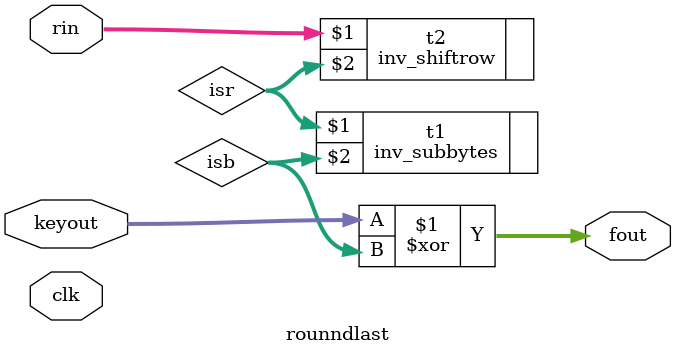
<source format=v>
`timescale 1ns / 1ps

module rounndlast(clk,rin,keyout,fout);
input clk;
input [127:0]rin;
input [127:0]keyout;
output [127:0]fout;

wire [127:0] isb,isr,mcl;

inv_shiftrow t2(rin,isr);
inv_subbytes t1(isr,isb);

assign fout= keyout^isb;

endmodule 

</source>
